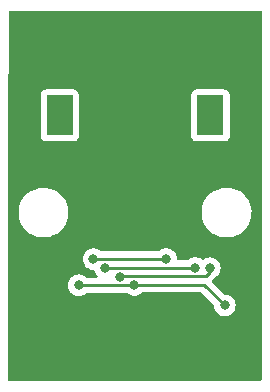
<source format=gbr>
%TF.GenerationSoftware,KiCad,Pcbnew,(6.0.9)*%
%TF.CreationDate,2022-11-26T14:04:05+01:00*%
%TF.ProjectId,SEN_PCB,53454e5f-5043-4422-9e6b-696361645f70,rev?*%
%TF.SameCoordinates,Original*%
%TF.FileFunction,Copper,L2,Bot*%
%TF.FilePolarity,Positive*%
%FSLAX46Y46*%
G04 Gerber Fmt 4.6, Leading zero omitted, Abs format (unit mm)*
G04 Created by KiCad (PCBNEW (6.0.9)) date 2022-11-26 14:04:05*
%MOMM*%
%LPD*%
G01*
G04 APERTURE LIST*
%TA.AperFunction,ComponentPad*%
%ADD10R,2.250000X3.375000*%
%TD*%
%TA.AperFunction,ViaPad*%
%ADD11C,0.800000*%
%TD*%
%TA.AperFunction,Conductor*%
%ADD12C,0.250000*%
%TD*%
G04 APERTURE END LIST*
D10*
%TO.P,J1,MH1,MH1*%
%TO.N,unconnected-(J1-PadMH1)*%
X69880000Y-60020000D03*
%TO.P,J1,MH2,MH2*%
%TO.N,unconnected-(J1-PadMH2)*%
X82620000Y-60020000D03*
%TD*%
D11*
%TO.N,GND*%
X74701400Y-81432400D03*
X66598800Y-79019400D03*
X66624200Y-81432400D03*
X69138800Y-81432400D03*
X72500000Y-60000000D03*
X73202800Y-77089000D03*
X66497200Y-74676000D03*
X81508600Y-77038200D03*
X72500000Y-64750000D03*
X72085200Y-81432400D03*
X79984600Y-77063600D03*
X74168000Y-76123800D03*
X82880200Y-77038200D03*
%TO.N,/BME_SS*%
X72720200Y-72186800D03*
X78867000Y-72161400D03*
%TO.N,/MISO*%
X82575400Y-72948800D03*
X75006200Y-73670700D03*
%TO.N,/MOSI*%
X73710800Y-72923400D03*
X81330800Y-72923400D03*
%TO.N,/CLK*%
X83845400Y-76098400D03*
X76200000Y-74371200D03*
X71486400Y-74395200D03*
%TD*%
D12*
%TO.N,/BME_SS*%
X72745600Y-72161400D02*
X72720200Y-72186800D01*
X78867000Y-72161400D02*
X72745600Y-72161400D01*
%TO.N,/MISO*%
X82231889Y-73647911D02*
X82575400Y-73304400D01*
X75006200Y-73670700D02*
X75030211Y-73646689D01*
X82575400Y-73304400D02*
X82575400Y-72948800D01*
X81029475Y-73646689D02*
X81030697Y-73647911D01*
X81030697Y-73647911D02*
X82231889Y-73647911D01*
X75030211Y-73646689D02*
X81029475Y-73646689D01*
%TO.N,/MOSI*%
X73710800Y-72923400D02*
X81330800Y-72923400D01*
%TO.N,/CLK*%
X76200000Y-74371200D02*
X82118200Y-74371200D01*
X82118200Y-74371200D02*
X83845400Y-76098400D01*
X76200000Y-74371200D02*
X76176000Y-74395200D01*
X76176000Y-74395200D02*
X71486400Y-74395200D01*
%TD*%
%TA.AperFunction,Conductor*%
%TO.N,GND*%
G36*
X86981569Y-51176102D02*
G01*
X87028062Y-51229758D01*
X87039448Y-51282388D01*
X86968348Y-82398388D01*
X86948190Y-82466463D01*
X86894428Y-82512833D01*
X86842348Y-82524100D01*
X65611352Y-82524100D01*
X65543231Y-82504098D01*
X65496738Y-82450442D01*
X65485352Y-82397812D01*
X65503638Y-74395200D01*
X70572896Y-74395200D01*
X70592858Y-74585128D01*
X70651873Y-74766756D01*
X70747360Y-74932144D01*
X70751778Y-74937051D01*
X70751779Y-74937052D01*
X70857030Y-75053945D01*
X70875147Y-75074066D01*
X70974243Y-75146064D01*
X71000311Y-75165003D01*
X71029648Y-75186318D01*
X71035676Y-75189002D01*
X71035678Y-75189003D01*
X71153288Y-75241366D01*
X71204112Y-75263994D01*
X71271548Y-75278328D01*
X71384456Y-75302328D01*
X71384461Y-75302328D01*
X71390913Y-75303700D01*
X71581887Y-75303700D01*
X71588339Y-75302328D01*
X71588344Y-75302328D01*
X71701252Y-75278328D01*
X71768688Y-75263994D01*
X71819512Y-75241366D01*
X71937122Y-75189003D01*
X71937124Y-75189002D01*
X71943152Y-75186318D01*
X71972490Y-75165003D01*
X72076071Y-75089746D01*
X72097653Y-75074066D01*
X72102068Y-75069163D01*
X72106980Y-75064740D01*
X72108105Y-75065989D01*
X72161414Y-75033149D01*
X72194600Y-75028700D01*
X75518399Y-75028700D01*
X75586520Y-75048702D01*
X75592460Y-75052764D01*
X75730416Y-75152995D01*
X75743248Y-75162318D01*
X75749276Y-75165002D01*
X75749278Y-75165003D01*
X75911681Y-75237309D01*
X75917712Y-75239994D01*
X76011112Y-75259847D01*
X76098056Y-75278328D01*
X76098061Y-75278328D01*
X76104513Y-75279700D01*
X76295487Y-75279700D01*
X76301939Y-75278328D01*
X76301944Y-75278328D01*
X76388888Y-75259847D01*
X76482288Y-75239994D01*
X76488319Y-75237309D01*
X76650722Y-75165003D01*
X76650724Y-75165002D01*
X76656752Y-75162318D01*
X76772876Y-75077949D01*
X76805914Y-75053945D01*
X76811253Y-75050066D01*
X76815668Y-75045163D01*
X76820580Y-75040740D01*
X76821705Y-75041989D01*
X76875014Y-75009149D01*
X76908200Y-75004700D01*
X81803606Y-75004700D01*
X81871727Y-75024702D01*
X81892701Y-75041605D01*
X82898278Y-76047182D01*
X82932304Y-76109494D01*
X82934492Y-76123103D01*
X82951858Y-76288328D01*
X83010873Y-76469956D01*
X83106360Y-76635344D01*
X83234147Y-76777266D01*
X83388648Y-76889518D01*
X83394676Y-76892202D01*
X83394678Y-76892203D01*
X83557081Y-76964509D01*
X83563112Y-76967194D01*
X83656513Y-76987047D01*
X83743456Y-77005528D01*
X83743461Y-77005528D01*
X83749913Y-77006900D01*
X83940887Y-77006900D01*
X83947339Y-77005528D01*
X83947344Y-77005528D01*
X84034287Y-76987047D01*
X84127688Y-76967194D01*
X84133719Y-76964509D01*
X84296122Y-76892203D01*
X84296124Y-76892202D01*
X84302152Y-76889518D01*
X84456653Y-76777266D01*
X84584440Y-76635344D01*
X84679927Y-76469956D01*
X84738942Y-76288328D01*
X84758904Y-76098400D01*
X84738942Y-75908472D01*
X84679927Y-75726844D01*
X84584440Y-75561456D01*
X84456653Y-75419534D01*
X84302152Y-75307282D01*
X84296124Y-75304598D01*
X84296122Y-75304597D01*
X84133719Y-75232291D01*
X84133718Y-75232291D01*
X84127688Y-75229606D01*
X84034287Y-75209753D01*
X83947344Y-75191272D01*
X83947339Y-75191272D01*
X83940887Y-75189900D01*
X83884994Y-75189900D01*
X83816873Y-75169898D01*
X83795899Y-75152995D01*
X82798400Y-74155495D01*
X82764374Y-74093183D01*
X82769439Y-74022367D01*
X82798400Y-73977305D01*
X82967653Y-73808052D01*
X82975939Y-73800512D01*
X82982418Y-73796400D01*
X83029045Y-73746747D01*
X83031799Y-73743906D01*
X83038431Y-73737274D01*
X83053465Y-73724433D01*
X83181309Y-73631549D01*
X83181311Y-73631547D01*
X83186653Y-73627666D01*
X83314440Y-73485744D01*
X83409927Y-73320356D01*
X83468942Y-73138728D01*
X83473507Y-73095300D01*
X83488214Y-72955365D01*
X83488904Y-72948800D01*
X83488214Y-72942235D01*
X83469632Y-72765435D01*
X83469632Y-72765433D01*
X83468942Y-72758872D01*
X83409927Y-72577244D01*
X83314440Y-72411856D01*
X83288464Y-72383006D01*
X83191075Y-72274845D01*
X83191074Y-72274844D01*
X83186653Y-72269934D01*
X83072229Y-72186800D01*
X83037494Y-72161563D01*
X83037493Y-72161562D01*
X83032152Y-72157682D01*
X83026124Y-72154998D01*
X83026122Y-72154997D01*
X82863719Y-72082691D01*
X82863718Y-72082691D01*
X82857688Y-72080006D01*
X82750823Y-72057291D01*
X82677344Y-72041672D01*
X82677339Y-72041672D01*
X82670887Y-72040300D01*
X82479913Y-72040300D01*
X82473461Y-72041672D01*
X82473456Y-72041672D01*
X82399977Y-72057291D01*
X82293112Y-72080006D01*
X82287082Y-72082691D01*
X82287081Y-72082691D01*
X82124678Y-72154997D01*
X82124676Y-72154998D01*
X82118648Y-72157682D01*
X82113307Y-72161562D01*
X82113306Y-72161563D01*
X82044641Y-72211451D01*
X81977773Y-72235310D01*
X81908621Y-72219229D01*
X81896519Y-72211451D01*
X81792894Y-72136163D01*
X81792893Y-72136162D01*
X81787552Y-72132282D01*
X81781524Y-72129598D01*
X81781522Y-72129597D01*
X81619119Y-72057291D01*
X81619118Y-72057291D01*
X81613088Y-72054606D01*
X81519688Y-72034753D01*
X81432744Y-72016272D01*
X81432739Y-72016272D01*
X81426287Y-72014900D01*
X81235313Y-72014900D01*
X81228861Y-72016272D01*
X81228856Y-72016272D01*
X81141912Y-72034753D01*
X81048512Y-72054606D01*
X81042482Y-72057291D01*
X81042481Y-72057291D01*
X80880078Y-72129597D01*
X80880076Y-72129598D01*
X80874048Y-72132282D01*
X80868707Y-72136162D01*
X80868706Y-72136163D01*
X80799011Y-72186800D01*
X80719547Y-72244534D01*
X80715132Y-72249437D01*
X80710220Y-72253860D01*
X80709095Y-72252611D01*
X80655786Y-72285451D01*
X80622600Y-72289900D01*
X79905814Y-72289900D01*
X79837693Y-72269898D01*
X79791200Y-72216242D01*
X79780102Y-72165224D01*
X79780504Y-72161400D01*
X79777161Y-72129597D01*
X79761232Y-71978035D01*
X79761232Y-71978033D01*
X79760542Y-71971472D01*
X79701527Y-71789844D01*
X79606040Y-71624456D01*
X79497434Y-71503836D01*
X79482675Y-71487445D01*
X79482674Y-71487444D01*
X79478253Y-71482534D01*
X79358712Y-71395682D01*
X79329094Y-71374163D01*
X79329093Y-71374162D01*
X79323752Y-71370282D01*
X79317724Y-71367598D01*
X79317722Y-71367597D01*
X79155319Y-71295291D01*
X79155318Y-71295291D01*
X79149288Y-71292606D01*
X79055888Y-71272753D01*
X78968944Y-71254272D01*
X78968939Y-71254272D01*
X78962487Y-71252900D01*
X78771513Y-71252900D01*
X78765061Y-71254272D01*
X78765056Y-71254272D01*
X78678112Y-71272753D01*
X78584712Y-71292606D01*
X78578682Y-71295291D01*
X78578681Y-71295291D01*
X78416278Y-71367597D01*
X78416276Y-71367598D01*
X78410248Y-71370282D01*
X78404907Y-71374162D01*
X78404906Y-71374163D01*
X78375288Y-71395682D01*
X78255747Y-71482534D01*
X78251332Y-71487437D01*
X78246420Y-71491860D01*
X78245295Y-71490611D01*
X78191986Y-71523451D01*
X78158800Y-71527900D01*
X73399874Y-71527900D01*
X73331753Y-71507898D01*
X73325813Y-71503836D01*
X73182294Y-71399563D01*
X73182293Y-71399562D01*
X73176952Y-71395682D01*
X73170924Y-71392998D01*
X73170922Y-71392997D01*
X73008519Y-71320691D01*
X73008518Y-71320691D01*
X73002488Y-71318006D01*
X72895623Y-71295291D01*
X72822144Y-71279672D01*
X72822139Y-71279672D01*
X72815687Y-71278300D01*
X72624713Y-71278300D01*
X72618261Y-71279672D01*
X72618256Y-71279672D01*
X72544777Y-71295291D01*
X72437912Y-71318006D01*
X72431882Y-71320691D01*
X72431881Y-71320691D01*
X72269478Y-71392997D01*
X72269476Y-71392998D01*
X72263448Y-71395682D01*
X72108947Y-71507934D01*
X72104526Y-71512844D01*
X72104525Y-71512845D01*
X72090970Y-71527900D01*
X71981160Y-71649856D01*
X71885673Y-71815244D01*
X71826658Y-71996872D01*
X71825968Y-72003433D01*
X71825968Y-72003435D01*
X71817920Y-72080006D01*
X71806696Y-72186800D01*
X71807386Y-72193365D01*
X71817065Y-72285451D01*
X71826658Y-72376728D01*
X71885673Y-72558356D01*
X71981160Y-72723744D01*
X71985578Y-72728651D01*
X71985579Y-72728652D01*
X72012789Y-72758872D01*
X72108947Y-72865666D01*
X72208043Y-72937664D01*
X72232407Y-72955365D01*
X72263448Y-72977918D01*
X72269476Y-72980602D01*
X72269478Y-72980603D01*
X72431881Y-73052909D01*
X72437912Y-73055594D01*
X72531312Y-73075447D01*
X72618256Y-73093928D01*
X72618261Y-73093928D01*
X72624713Y-73095300D01*
X72719856Y-73095300D01*
X72787977Y-73115302D01*
X72834470Y-73168958D01*
X72839689Y-73182363D01*
X72876273Y-73294956D01*
X72971760Y-73460344D01*
X72976178Y-73465251D01*
X72976179Y-73465252D01*
X73053738Y-73551390D01*
X73084456Y-73615397D01*
X73075691Y-73685851D01*
X73030228Y-73740382D01*
X72960102Y-73761700D01*
X72194600Y-73761700D01*
X72126479Y-73741698D01*
X72107253Y-73725357D01*
X72106980Y-73725660D01*
X72102068Y-73721237D01*
X72097653Y-73716334D01*
X71980957Y-73631549D01*
X71948494Y-73607963D01*
X71948493Y-73607962D01*
X71943152Y-73604082D01*
X71937124Y-73601398D01*
X71937122Y-73601397D01*
X71774719Y-73529091D01*
X71774718Y-73529091D01*
X71768688Y-73526406D01*
X71675288Y-73506553D01*
X71588344Y-73488072D01*
X71588339Y-73488072D01*
X71581887Y-73486700D01*
X71390913Y-73486700D01*
X71384461Y-73488072D01*
X71384456Y-73488072D01*
X71297512Y-73506553D01*
X71204112Y-73526406D01*
X71198082Y-73529091D01*
X71198081Y-73529091D01*
X71035678Y-73601397D01*
X71035676Y-73601398D01*
X71029648Y-73604082D01*
X71024307Y-73607962D01*
X71024306Y-73607963D01*
X70991843Y-73631549D01*
X70875147Y-73716334D01*
X70870726Y-73721244D01*
X70870725Y-73721245D01*
X70856293Y-73737274D01*
X70747360Y-73858256D01*
X70651873Y-74023644D01*
X70592858Y-74205272D01*
X70572896Y-74395200D01*
X65503638Y-74395200D01*
X65517377Y-68382503D01*
X66390743Y-68382503D01*
X66428268Y-68667534D01*
X66504129Y-68944836D01*
X66616923Y-69209276D01*
X66764561Y-69455961D01*
X66944313Y-69680328D01*
X67152851Y-69878223D01*
X67386317Y-70045986D01*
X67390112Y-70047995D01*
X67390113Y-70047996D01*
X67411869Y-70059515D01*
X67640392Y-70180512D01*
X67910373Y-70279311D01*
X68191264Y-70340555D01*
X68219841Y-70342804D01*
X68414282Y-70358107D01*
X68414291Y-70358107D01*
X68416739Y-70358300D01*
X68572271Y-70358300D01*
X68574407Y-70358154D01*
X68574418Y-70358154D01*
X68782548Y-70343965D01*
X68782554Y-70343964D01*
X68786825Y-70343673D01*
X68791020Y-70342804D01*
X68791022Y-70342804D01*
X68927584Y-70314523D01*
X69068342Y-70285374D01*
X69339343Y-70189407D01*
X69594812Y-70057550D01*
X69598313Y-70055089D01*
X69598317Y-70055087D01*
X69712417Y-69974896D01*
X69830023Y-69892241D01*
X70040622Y-69696540D01*
X70222713Y-69474068D01*
X70372927Y-69228942D01*
X70488483Y-68965698D01*
X70567244Y-68689206D01*
X70607751Y-68404584D01*
X70607845Y-68386751D01*
X70607867Y-68382503D01*
X81890743Y-68382503D01*
X81928268Y-68667534D01*
X82004129Y-68944836D01*
X82116923Y-69209276D01*
X82264561Y-69455961D01*
X82444313Y-69680328D01*
X82652851Y-69878223D01*
X82886317Y-70045986D01*
X82890112Y-70047995D01*
X82890113Y-70047996D01*
X82911869Y-70059515D01*
X83140392Y-70180512D01*
X83410373Y-70279311D01*
X83691264Y-70340555D01*
X83719841Y-70342804D01*
X83914282Y-70358107D01*
X83914291Y-70358107D01*
X83916739Y-70358300D01*
X84072271Y-70358300D01*
X84074407Y-70358154D01*
X84074418Y-70358154D01*
X84282548Y-70343965D01*
X84282554Y-70343964D01*
X84286825Y-70343673D01*
X84291020Y-70342804D01*
X84291022Y-70342804D01*
X84427584Y-70314523D01*
X84568342Y-70285374D01*
X84839343Y-70189407D01*
X85094812Y-70057550D01*
X85098313Y-70055089D01*
X85098317Y-70055087D01*
X85212417Y-69974896D01*
X85330023Y-69892241D01*
X85540622Y-69696540D01*
X85722713Y-69474068D01*
X85872927Y-69228942D01*
X85988483Y-68965698D01*
X86067244Y-68689206D01*
X86107751Y-68404584D01*
X86107845Y-68386751D01*
X86109235Y-68121383D01*
X86109235Y-68121376D01*
X86109257Y-68117097D01*
X86071732Y-67832066D01*
X85995871Y-67554764D01*
X85883077Y-67290324D01*
X85735439Y-67043639D01*
X85555687Y-66819272D01*
X85347149Y-66621377D01*
X85113683Y-66453614D01*
X85091843Y-66442050D01*
X85068654Y-66429772D01*
X84859608Y-66319088D01*
X84589627Y-66220289D01*
X84308736Y-66159045D01*
X84277685Y-66156601D01*
X84085718Y-66141493D01*
X84085709Y-66141493D01*
X84083261Y-66141300D01*
X83927729Y-66141300D01*
X83925593Y-66141446D01*
X83925582Y-66141446D01*
X83717452Y-66155635D01*
X83717446Y-66155636D01*
X83713175Y-66155927D01*
X83708980Y-66156796D01*
X83708978Y-66156796D01*
X83572416Y-66185077D01*
X83431658Y-66214226D01*
X83160657Y-66310193D01*
X82905188Y-66442050D01*
X82901687Y-66444511D01*
X82901683Y-66444513D01*
X82891594Y-66451604D01*
X82669977Y-66607359D01*
X82459378Y-66803060D01*
X82277287Y-67025532D01*
X82127073Y-67270658D01*
X82011517Y-67533902D01*
X81932756Y-67810394D01*
X81892249Y-68095016D01*
X81892227Y-68099305D01*
X81892226Y-68099312D01*
X81890765Y-68378217D01*
X81890743Y-68382503D01*
X70607867Y-68382503D01*
X70609235Y-68121383D01*
X70609235Y-68121376D01*
X70609257Y-68117097D01*
X70571732Y-67832066D01*
X70495871Y-67554764D01*
X70383077Y-67290324D01*
X70235439Y-67043639D01*
X70055687Y-66819272D01*
X69847149Y-66621377D01*
X69613683Y-66453614D01*
X69591843Y-66442050D01*
X69568654Y-66429772D01*
X69359608Y-66319088D01*
X69089627Y-66220289D01*
X68808736Y-66159045D01*
X68777685Y-66156601D01*
X68585718Y-66141493D01*
X68585709Y-66141493D01*
X68583261Y-66141300D01*
X68427729Y-66141300D01*
X68425593Y-66141446D01*
X68425582Y-66141446D01*
X68217452Y-66155635D01*
X68217446Y-66155636D01*
X68213175Y-66155927D01*
X68208980Y-66156796D01*
X68208978Y-66156796D01*
X68072416Y-66185077D01*
X67931658Y-66214226D01*
X67660657Y-66310193D01*
X67405188Y-66442050D01*
X67401687Y-66444511D01*
X67401683Y-66444513D01*
X67391594Y-66451604D01*
X67169977Y-66607359D01*
X66959378Y-66803060D01*
X66777287Y-67025532D01*
X66627073Y-67270658D01*
X66511517Y-67533902D01*
X66432756Y-67810394D01*
X66392249Y-68095016D01*
X66392227Y-68099305D01*
X66392226Y-68099312D01*
X66390765Y-68378217D01*
X66390743Y-68382503D01*
X65517377Y-68382503D01*
X65532519Y-61755634D01*
X68246500Y-61755634D01*
X68253255Y-61817816D01*
X68304385Y-61954205D01*
X68391739Y-62070761D01*
X68508295Y-62158115D01*
X68644684Y-62209245D01*
X68706866Y-62216000D01*
X71053134Y-62216000D01*
X71115316Y-62209245D01*
X71251705Y-62158115D01*
X71368261Y-62070761D01*
X71455615Y-61954205D01*
X71506745Y-61817816D01*
X71513500Y-61755634D01*
X80986500Y-61755634D01*
X80993255Y-61817816D01*
X81044385Y-61954205D01*
X81131739Y-62070761D01*
X81248295Y-62158115D01*
X81384684Y-62209245D01*
X81446866Y-62216000D01*
X83793134Y-62216000D01*
X83855316Y-62209245D01*
X83991705Y-62158115D01*
X84108261Y-62070761D01*
X84195615Y-61954205D01*
X84246745Y-61817816D01*
X84253500Y-61755634D01*
X84253500Y-58284366D01*
X84246745Y-58222184D01*
X84195615Y-58085795D01*
X84108261Y-57969239D01*
X83991705Y-57881885D01*
X83855316Y-57830755D01*
X83793134Y-57824000D01*
X81446866Y-57824000D01*
X81384684Y-57830755D01*
X81248295Y-57881885D01*
X81131739Y-57969239D01*
X81044385Y-58085795D01*
X80993255Y-58222184D01*
X80986500Y-58284366D01*
X80986500Y-61755634D01*
X71513500Y-61755634D01*
X71513500Y-58284366D01*
X71506745Y-58222184D01*
X71455615Y-58085795D01*
X71368261Y-57969239D01*
X71251705Y-57881885D01*
X71115316Y-57830755D01*
X71053134Y-57824000D01*
X68706866Y-57824000D01*
X68644684Y-57830755D01*
X68508295Y-57881885D01*
X68391739Y-57969239D01*
X68304385Y-58085795D01*
X68253255Y-58222184D01*
X68246500Y-58284366D01*
X68246500Y-61755634D01*
X65532519Y-61755634D01*
X65556452Y-51281812D01*
X65576610Y-51213737D01*
X65630372Y-51167367D01*
X65682452Y-51156100D01*
X86913448Y-51156100D01*
X86981569Y-51176102D01*
G37*
%TD.AperFunction*%
%TD*%
M02*

</source>
